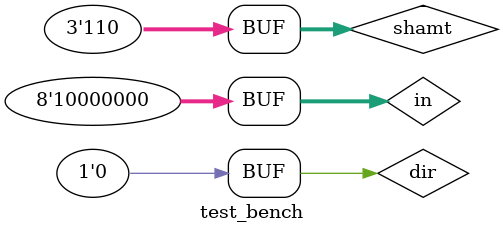
<source format=v>
`timescale 1ns / 1ps


module test_bench;

	// Inputs
	reg [7:0] in;
	reg [2:0] shamt;
	reg dir;

	// Outputs
	wire [7:0] out;

	// Instantiate the Unit Under Test (UUT)
	Barrel_Shifter uut (
		.in(in), 
		.shamt(shamt), 
		.dir(dir), 
		.out(out)
	);

	initial begin
	shamt = 3'b110; in=8'b10000000; dir=0;
	#100;
	end
      
endmodule


</source>
